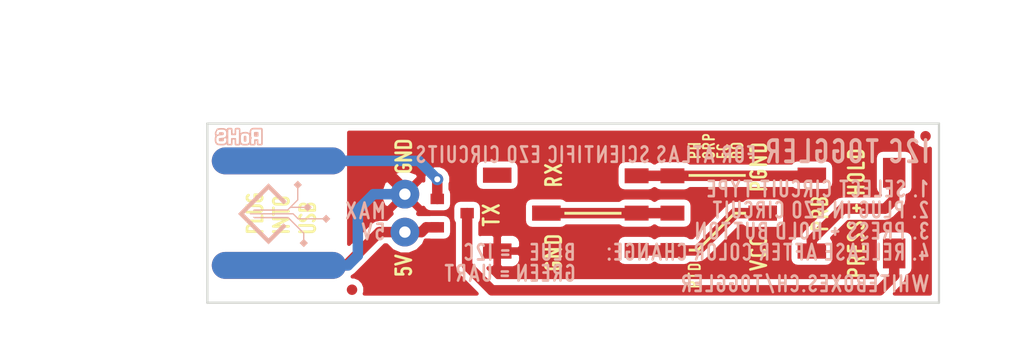
<source format=kicad_pcb>
(kicad_pcb (version 4) (host pcbnew 4.0.7)
  (title_block (title "I2C TOGGLER") (date 2018-03-22) (rev 1.0) (company "Meister Whiteboxes GmbH") (comment 1 "Attribution-ShareAlike 4.0 International License") (comment 2 "Licensed under a Creative Commons ") (comment 3 "Pedro Martin, Patrick Meister"))
  (layers (0 F.Cu signal) (31 B.Cu signal) (34 B.Paste user hide) (35 F.Paste user hide) (36 B.SilkS user) (37 F.SilkS user) (38 B.Mask user hide) (39 F.Mask user hide) (44 Edge.Cuts user))
  (net 0 "")
  (net 1 "Net-(STP101-Pad4)")
  (net 2 /GND)
  (net 3 /Vcc)
  (net 4 /VccBot)
  (net 5 /VccTop)
  (net 6 /PGND)
  (net 7 /PRB)
  (net 8 /TX)
  (module i2c-toggler:WL-SOT23-3 (layer F.Cu) (at 66.4 50 270)
    (fp_text reference D101)
    (fp_text value BAT54C hide)
    (pad 3 smd rect (at 0 -1 270) (size 0.7 0.9) (layers F.Cu F.Paste F.Mask) (net 3 /Vcc))
    (pad 2 smd rect (at 0.95 1 270) (size 0.7 0.9) (layers F.Cu F.Paste F.Mask) (net 5 /VccTop))
    (pad 1 smd rect (at -0.95 1 270) (size 0.7 0.9) (layers F.Cu F.Paste F.Mask) (net 4 /VccBot))
  )
  (module i2c-toggler:WL-usb-A-TOP (layer F.Cu) (at 58 50 270)
    (fp_text reference P101 hide)
    (fp_text value USB hide)
    (pad 4 thru_hole circle (at -1.27 -5.23 270) (size 1.923 1.923) (drill 0.762) (layers *.Cu *.Mask) (net 2 /GND))
    (pad 1 thru_hole circle (at 1.27 -5.23 270) (size 1.923 1.923) (drill 0.762) (layers *.Cu *.Mask) (net 5 /VccTop))
    (pad 1 smd oval (at 3.5 3.2 270) (size 1.8 9) (layers F.Cu F.Mask) (net 5 /VccTop))
    (pad 4 smd oval (at -3.5 3.2 270) (size 1.8 9) (layers F.Cu F.Mask) (net 2 /GND))
  )
  (module i2c-toggler:WL-usb-A-BOT (layer B.Cu) (at 58 50 90)
    (fp_text reference P102 hide)
    (fp_text value USB hide)
    (pad 1 smd oval (at 3.5 -3.2 90) (size 1.8 9) (layers B.Cu B.Mask) (net 4 /VccBot))
    (pad 4 smd oval (at -3.5 -3.2 90) (size 1.8 9) (layers B.Cu B.Mask) (net 2 /GND))
  )
  (module i2c-toggler:WL-EZO-13380 (layer F.Cu) (at 79.95 50 90)
    (fp_text reference STP101 hide)
    (fp_text value ATLAS_STAMP hide)
    (pad 1 smd rect (at -2.54 -10.535 90) (size 1.02 1.91) (layers F.Cu F.Paste F.Mask) (net 2 /GND))
    (pad 2 smd rect (at 0 -7.245 90) (size 1.02 1.91) (layers F.Cu F.Paste F.Mask) (net 8 /TX))
    (pad 3 smd rect (at 2.54 -10.535 90) (size 1.02 1.91) (layers F.Cu F.Paste F.Mask))
    (pad 4 smd rect (at -2.54 10.535 90) (size 1.02 1.91) (layers F.Cu F.Paste F.Mask) (net 1 "Net-(STP101-Pad4)"))
    (pad 5 smd rect (at 0 7.245 90) (size 1.02 1.91) (layers F.Cu F.Paste F.Mask) (net 7 /PRB))
    (pad 6 smd rect (at 2.54 10.535 90) (size 1.02 1.91) (layers F.Cu F.Paste F.Mask) (net 6 /PGND))
  )
  (module i2c-toggler:WL-WE434123043816 (layer F.Cu) (at 96 50 90)
    (fp_text reference SW101)
    (fp_text value SW_PUSH)
    (pad 2 smd rect (at 2.7 0 90) (size 2 1.5) (layers F.Cu F.Paste F.Mask) (net 1 "Net-(STP101-Pad4)"))
    (pad 1 smd rect (at -2.7 0 90) (size 2 1.5) (layers F.Cu F.Paste F.Mask) (net 3 /Vcc))
  )
  (module i2c-toggler:WL-JS202011JCQN (layer F.Cu) (at 79.95 50 270)
    (fp_text reference SW102)
    (fp_text value SW_SPDT)
    (pad 1 smd rect (at -2.5 1.2 270) (size 1 1.6) (layers F.Cu F.Paste F.Mask) (net 6 /PGND))
    (pad 3 smd rect (at 2.5 -1.2 270) (size 1 1.6) (layers F.Cu F.Paste F.Mask) (net 7 /PRB))
    (pad 2 smd rect (at 0 -1.2 270) (size 1 1.6) (layers F.Cu F.Paste F.Mask) (net 8 /TX))
    (pad 1 smd rect (at -2.5 -1.2 270) (size 1 1.6) (layers F.Cu F.Paste F.Mask) (net 6 /PGND))
    (pad 3 smd rect (at 2.5 1.2 270) (size 1 1.6) (layers F.Cu F.Paste F.Mask) (net 7 /PRB))
    (pad 2 smd rect (at 0 1.2 270) (size 1 1.6) (layers F.Cu F.Paste F.Mask) (net 8 /TX))
  )
  (module i2c-toggler:WL-fiducial_0.75mm (layer F.Cu) (at 59.69 55.13)
    (fp_text reference fiducial hide)
    (fp_text value VAL** hide)
    (pad "" smd circle (at 0 0) (size 0.7 0.7) (layers F.Cu F.Mask) (clearance 0.05))
  )
  (module i2c-toggler:WL-fiducial_0.75mm (layer F.Cu) (at 98.1 44.85)
    (fp_text reference fiducial hide)
    (fp_text value VAL** hide)
    (pad "" smd circle (at 0 0) (size 0.7 0.7) (layers F.Cu F.Mask) (clearance 0.05))
  )
  (module i2c-toggler:WL-silks-TOP (layer F.Cu) (at 74.5 50)
    (fp_text reference GTOP hide)
    (fp_text value LOGO hide)
  )
  (module i2c-toggler:WL-silks-BOT (layer B.Cu) (at 74.5 50 180)
    (fp_text reference GBOT hide)
    (fp_text value LOGO hide)
  )
  (gr_line (start 50 44) (end 99 44) (angle 90) (layer Edge.Cuts) (width 0.15))
  (gr_line (start 50 56) (end 50 44) (angle 90) (layer Edge.Cuts) (width 0.15))
  (gr_line (start 99 56) (end 50 56) (angle 90) (layer Edge.Cuts) (width 0.15))
  (gr_line (start 99 44) (end 99 56) (layer Edge.Cuts) (width 0.15))
  (segment (start 95.39 49.7) (end 96 49.09) (width 0.7) (layer F.Cu) (net 1))
  (segment (start 96 49.09) (end 96 47.3) (width 0.7) (layer F.Cu) (net 1))
  (segment (start 92.565 49.7) (end 95.39 49.7) (width 0.7) (layer F.Cu) (net 1))
  (segment (start 90.485 52.54) (end 90.485 51.78) (width 0.7) (layer F.Cu) (net 1))
  (segment (start 90.485 51.78) (end 92.565 49.7) (width 0.7) (layer F.Cu) (net 1))
  (segment (start 63.23 48.73) (end 61.13 48.73) (width 0.7) (layer B.Cu) (net 2))
  (segment (start 59.42 53.5) (end 54.8 53.5) (width 0.7) (layer B.Cu) (net 2))
  (segment (start 60.08 52.84) (end 59.42 53.5) (width 0.7) (layer B.Cu) (net 2))
  (segment (start 60.08 49.78) (end 60.08 52.84) (width 0.7) (layer B.Cu) (net 2))
  (segment (start 61.13 48.73) (end 60.08 49.78) (width 0.7) (layer B.Cu) (net 2))
  (segment (start 61.31 46.5) (end 54.8 46.5) (width 0.7) (layer F.Cu) (net 2))
  (segment (start 63.54 48.73) (end 61.31 46.5) (width 0.7) (layer F.Cu) (net 2))
  (segment (start 54.8 53.5) (end 58.7 53.5) (width 0.7) (layer B.Cu) (net 2))
  (segment (start 96 52.7) (end 96 54.19) (width 0.7) (layer F.Cu) (net 3))
  (segment (start 96 54.19) (end 95.02 55.17) (width 0.7) (layer F.Cu) (net 3))
  (segment (start 67.4 53.51) (end 67.4 50) (width 0.7) (layer F.Cu) (net 3))
  (segment (start 95.02 55.17) (end 69.06 55.17) (width 0.7) (layer F.Cu) (net 3))
  (segment (start 69.06 55.17) (end 67.4 53.51) (width 0.7) (layer F.Cu) (net 3))
  (segment (start 54.8 46.5) (end 64.17 46.5) (width 0.7) (layer B.Cu) (net 4))
  (segment (start 65.4 47.73) (end 65.4 49.05) (width 0.7) (layer F.Cu) (net 4))
  (via (at 65.4 47.73) (size 0.8) (drill 0.4) (layers F.Cu B.Cu) (net 4))
  (segment (start 64.17 46.5) (end 65.4 47.73) (width 0.7) (layer B.Cu) (net 4))
  (segment (start 65.4 50.95) (end 64.66 50.95) (width 0.7) (layer F.Cu) (net 5))
  (segment (start 64.34 51.27) (end 63.23 51.27) (width 0.7) (layer F.Cu) (net 5))
  (segment (start 64.66 50.95) (end 64.34 51.27) (width 0.7) (layer F.Cu) (net 5))
  (segment (start 63.23 51.27) (end 61.53 51.27) (width 0.7) (layer F.Cu) (net 5))
  (segment (start 59.3 53.5) (end 54.8 53.5) (width 0.7) (layer F.Cu) (net 5))
  (segment (start 61.53 51.27) (end 59.3 53.5) (width 0.7) (layer F.Cu) (net 5))
  (segment (start 81.15 47.5) (end 90.445 47.5) (width 0.7) (layer F.Cu) (net 6))
  (segment (start 90.445 47.5) (end 90.485 47.46) (width 0.7) (layer F.Cu) (net 6))
  (segment (start 81.15 47.5) (end 78.75 47.5) (width 0.7) (layer F.Cu) (net 6))
  (segment (start 81.15 52.5) (end 78.75 52.5) (width 0.7) (layer F.Cu) (net 7))
  (segment (start 81.15 52.5) (end 82.84 52.5) (width 0.7) (layer F.Cu) (net 7))
  (segment (start 85.34 50) (end 87.195 50) (width 0.7) (layer F.Cu) (net 7))
  (segment (start 82.84 52.5) (end 85.34 50) (width 0.7) (layer F.Cu) (net 7))
  (segment (start 78.75 50) (end 81.15 50) (width 0.7) (layer F.Cu) (net 8))
  (segment (start 72.705 50) (end 78.75 50) (width 0.7) (layer F.Cu) (net 8))
  (zone (net 2) (net_name /GND) (layer F.Cu) (connect_pads (clearance 0.4)) (min_thickness 0.254) (fill yes (arc_segments 16) (thermal_gap 0.508) (thermal_bridge_width 0.508))
    (polygon (pts (xy 59.36 43.76) (xy 99.26 43.76) (xy 99.26 56.26) (xy 59.36 56.26)))
  )
)
</source>
